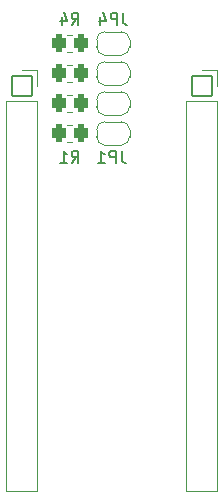
<source format=gbr>
%TF.GenerationSoftware,KiCad,Pcbnew,7.0.9*%
%TF.CreationDate,2023-12-21T11:34:42+00:00*%
%TF.ProjectId,flash-rom-expansion,666c6173-682d-4726-9f6d-2d657870616e,0*%
%TF.SameCoordinates,Original*%
%TF.FileFunction,Legend,Bot*%
%TF.FilePolarity,Positive*%
%FSLAX46Y46*%
G04 Gerber Fmt 4.6, Leading zero omitted, Abs format (unit mm)*
G04 Created by KiCad (PCBNEW 7.0.9) date 2023-12-21 11:34:42*
%MOMM*%
%LPD*%
G01*
G04 APERTURE LIST*
G04 Aperture macros list*
%AMRoundRect*
0 Rectangle with rounded corners*
0 $1 Rounding radius*
0 $2 $3 $4 $5 $6 $7 $8 $9 X,Y pos of 4 corners*
0 Add a 4 corners polygon primitive as box body*
4,1,4,$2,$3,$4,$5,$6,$7,$8,$9,$2,$3,0*
0 Add four circle primitives for the rounded corners*
1,1,$1+$1,$2,$3*
1,1,$1+$1,$4,$5*
1,1,$1+$1,$6,$7*
1,1,$1+$1,$8,$9*
0 Add four rect primitives between the rounded corners*
20,1,$1+$1,$2,$3,$4,$5,0*
20,1,$1+$1,$4,$5,$6,$7,0*
20,1,$1+$1,$6,$7,$8,$9,0*
20,1,$1+$1,$8,$9,$2,$3,0*%
%AMFreePoly0*
4,1,35,0.536062,0.786062,0.551000,0.750000,0.551000,-0.750000,0.536062,-0.786062,0.500000,-0.801000,0.000000,-0.801000,-0.012285,-0.795911,-0.071157,-0.795911,-0.085525,-0.793845,-0.222076,-0.753750,-0.235281,-0.747720,-0.355003,-0.670779,-0.365973,-0.661273,-0.459170,-0.553718,-0.467018,-0.541506,-0.526137,-0.412052,-0.530227,-0.398124,-0.550481,-0.257258,-0.551000,-0.250000,-0.551000,0.250000,
-0.550481,0.257258,-0.530227,0.398124,-0.526137,0.412052,-0.467018,0.541506,-0.459170,0.553718,-0.365973,0.661273,-0.355003,0.670779,-0.235281,0.747720,-0.222076,0.753750,-0.085525,0.793845,-0.071157,0.795911,-0.012285,0.795911,0.000000,0.801000,0.500000,0.801000,0.536062,0.786062,0.536062,0.786062,$1*%
%AMFreePoly1*
4,1,35,0.012285,0.795911,0.071157,0.795911,0.085525,0.793845,0.222076,0.753750,0.235281,0.747720,0.355003,0.670779,0.365973,0.661273,0.459170,0.553718,0.467018,0.541506,0.526137,0.412052,0.530227,0.398124,0.550481,0.257258,0.551000,0.250000,0.551000,-0.250000,0.550481,-0.257258,0.530227,-0.398124,0.526137,-0.412052,0.467018,-0.541506,0.459170,-0.553718,0.365973,-0.661273,
0.355003,-0.670779,0.235281,-0.747720,0.222076,-0.753750,0.085525,-0.793845,0.071157,-0.795911,0.012285,-0.795911,0.000000,-0.801000,-0.500000,-0.801000,-0.536062,-0.786062,-0.551000,-0.750000,-0.551000,0.750000,-0.536062,0.786062,-0.500000,0.801000,0.000000,0.801000,0.012285,0.795911,0.012285,0.795911,$1*%
G04 Aperture macros list end*
%ADD10C,0.150000*%
%ADD11C,0.120000*%
%ADD12RoundRect,0.051000X-1.200000X-0.800000X1.200000X-0.800000X1.200000X0.800000X-1.200000X0.800000X0*%
%ADD13O,2.502000X1.702000*%
%ADD14RoundRect,0.051000X0.850000X0.850000X-0.850000X0.850000X-0.850000X-0.850000X0.850000X-0.850000X0*%
%ADD15O,1.802000X1.802000*%
%ADD16FreePoly0,180.000000*%
%ADD17FreePoly1,180.000000*%
%ADD18RoundRect,0.301000X0.262500X0.450000X-0.262500X0.450000X-0.262500X-0.450000X0.262500X-0.450000X0*%
G04 APERTURE END LIST*
D10*
X151239333Y-81452819D02*
X151239333Y-82167104D01*
X151239333Y-82167104D02*
X151286952Y-82309961D01*
X151286952Y-82309961D02*
X151382190Y-82405200D01*
X151382190Y-82405200D02*
X151525047Y-82452819D01*
X151525047Y-82452819D02*
X151620285Y-82452819D01*
X150763142Y-82452819D02*
X150763142Y-81452819D01*
X150763142Y-81452819D02*
X150382190Y-81452819D01*
X150382190Y-81452819D02*
X150286952Y-81500438D01*
X150286952Y-81500438D02*
X150239333Y-81548057D01*
X150239333Y-81548057D02*
X150191714Y-81643295D01*
X150191714Y-81643295D02*
X150191714Y-81786152D01*
X150191714Y-81786152D02*
X150239333Y-81881390D01*
X150239333Y-81881390D02*
X150286952Y-81929009D01*
X150286952Y-81929009D02*
X150382190Y-81976628D01*
X150382190Y-81976628D02*
X150763142Y-81976628D01*
X149334571Y-81786152D02*
X149334571Y-82452819D01*
X149572666Y-81405200D02*
X149810761Y-82119485D01*
X149810761Y-82119485D02*
X149191714Y-82119485D01*
X151127333Y-93136819D02*
X151127333Y-93851104D01*
X151127333Y-93851104D02*
X151174952Y-93993961D01*
X151174952Y-93993961D02*
X151270190Y-94089200D01*
X151270190Y-94089200D02*
X151413047Y-94136819D01*
X151413047Y-94136819D02*
X151508285Y-94136819D01*
X150651142Y-94136819D02*
X150651142Y-93136819D01*
X150651142Y-93136819D02*
X150270190Y-93136819D01*
X150270190Y-93136819D02*
X150174952Y-93184438D01*
X150174952Y-93184438D02*
X150127333Y-93232057D01*
X150127333Y-93232057D02*
X150079714Y-93327295D01*
X150079714Y-93327295D02*
X150079714Y-93470152D01*
X150079714Y-93470152D02*
X150127333Y-93565390D01*
X150127333Y-93565390D02*
X150174952Y-93613009D01*
X150174952Y-93613009D02*
X150270190Y-93660628D01*
X150270190Y-93660628D02*
X150651142Y-93660628D01*
X149127333Y-94136819D02*
X149698761Y-94136819D01*
X149413047Y-94136819D02*
X149413047Y-93136819D01*
X149413047Y-93136819D02*
X149508285Y-93279676D01*
X149508285Y-93279676D02*
X149603523Y-93374914D01*
X149603523Y-93374914D02*
X149698761Y-93422533D01*
X146904666Y-82452819D02*
X147237999Y-81976628D01*
X147476094Y-82452819D02*
X147476094Y-81452819D01*
X147476094Y-81452819D02*
X147095142Y-81452819D01*
X147095142Y-81452819D02*
X146999904Y-81500438D01*
X146999904Y-81500438D02*
X146952285Y-81548057D01*
X146952285Y-81548057D02*
X146904666Y-81643295D01*
X146904666Y-81643295D02*
X146904666Y-81786152D01*
X146904666Y-81786152D02*
X146952285Y-81881390D01*
X146952285Y-81881390D02*
X146999904Y-81929009D01*
X146999904Y-81929009D02*
X147095142Y-81976628D01*
X147095142Y-81976628D02*
X147476094Y-81976628D01*
X146047523Y-81786152D02*
X146047523Y-82452819D01*
X146285618Y-81405200D02*
X146523713Y-82119485D01*
X146523713Y-82119485D02*
X145904666Y-82119485D01*
X146904666Y-94136819D02*
X147237999Y-93660628D01*
X147476094Y-94136819D02*
X147476094Y-93136819D01*
X147476094Y-93136819D02*
X147095142Y-93136819D01*
X147095142Y-93136819D02*
X146999904Y-93184438D01*
X146999904Y-93184438D02*
X146952285Y-93232057D01*
X146952285Y-93232057D02*
X146904666Y-93327295D01*
X146904666Y-93327295D02*
X146904666Y-93470152D01*
X146904666Y-93470152D02*
X146952285Y-93565390D01*
X146952285Y-93565390D02*
X146999904Y-93613009D01*
X146999904Y-93613009D02*
X147095142Y-93660628D01*
X147095142Y-93660628D02*
X147476094Y-93660628D01*
X145952285Y-94136819D02*
X146523713Y-94136819D01*
X146237999Y-94136819D02*
X146237999Y-93136819D01*
X146237999Y-93136819D02*
X146333237Y-93279676D01*
X146333237Y-93279676D02*
X146428475Y-93374914D01*
X146428475Y-93374914D02*
X146523713Y-93422533D01*
D11*
%TO.C,J3*%
X159244000Y-121956000D02*
X156584000Y-121956000D01*
X159244000Y-88876000D02*
X159244000Y-121956000D01*
X159244000Y-88876000D02*
X156584000Y-88876000D01*
X159244000Y-87606000D02*
X159244000Y-86276000D01*
X159244000Y-86276000D02*
X157914000Y-86276000D01*
X156584000Y-88876000D02*
X156584000Y-121956000D01*
%TO.C,J2*%
X144004000Y-121956000D02*
X141344000Y-121956000D01*
X144004000Y-88876000D02*
X144004000Y-121956000D01*
X144004000Y-88876000D02*
X141344000Y-88876000D01*
X144004000Y-87606000D02*
X144004000Y-86276000D01*
X144004000Y-86276000D02*
X142674000Y-86276000D01*
X141344000Y-88876000D02*
X141344000Y-121956000D01*
%TO.C,JP2*%
X151806000Y-89410000D02*
X151806000Y-88810000D01*
X151106000Y-88110000D02*
X149706000Y-88110000D01*
X149706000Y-90110000D02*
X151106000Y-90110000D01*
X149006000Y-88810000D02*
X149006000Y-89410000D01*
X151106000Y-90110000D02*
G75*
G03*
X151806000Y-89410000I1J699999D01*
G01*
X151806000Y-88810000D02*
G75*
G03*
X151106000Y-88110000I-699999J1D01*
G01*
X149006000Y-89410000D02*
G75*
G03*
X149706000Y-90110000I700000J0D01*
G01*
X149706000Y-88110000D02*
G75*
G03*
X149006000Y-88810000I0J-700000D01*
G01*
%TO.C,JP4*%
X151806000Y-84330000D02*
X151806000Y-83730000D01*
X151106000Y-83030000D02*
X149706000Y-83030000D01*
X149706000Y-85030000D02*
X151106000Y-85030000D01*
X149006000Y-83730000D02*
X149006000Y-84330000D01*
X151106000Y-85030000D02*
G75*
G03*
X151806000Y-84330000I1J699999D01*
G01*
X151806000Y-83730000D02*
G75*
G03*
X151106000Y-83030000I-699999J1D01*
G01*
X149006000Y-84330000D02*
G75*
G03*
X149706000Y-85030000I700000J0D01*
G01*
X149706000Y-83030000D02*
G75*
G03*
X149006000Y-83730000I0J-700000D01*
G01*
%TO.C,R3*%
X146965064Y-87305000D02*
X146510936Y-87305000D01*
X146965064Y-85835000D02*
X146510936Y-85835000D01*
%TO.C,JP1*%
X151806000Y-91950000D02*
X151806000Y-91350000D01*
X151106000Y-90650000D02*
X149706000Y-90650000D01*
X149706000Y-92650000D02*
X151106000Y-92650000D01*
X149006000Y-91350000D02*
X149006000Y-91950000D01*
X151106000Y-92650000D02*
G75*
G03*
X151806000Y-91950000I1J699999D01*
G01*
X151806000Y-91350000D02*
G75*
G03*
X151106000Y-90650000I-699999J1D01*
G01*
X149006000Y-91950000D02*
G75*
G03*
X149706000Y-92650000I700000J0D01*
G01*
X149706000Y-90650000D02*
G75*
G03*
X149006000Y-91350000I0J-700000D01*
G01*
%TO.C,R4*%
X146965064Y-84765000D02*
X146510936Y-84765000D01*
X146965064Y-83295000D02*
X146510936Y-83295000D01*
%TO.C,JP3*%
X151806000Y-86870000D02*
X151806000Y-86270000D01*
X151106000Y-85570000D02*
X149706000Y-85570000D01*
X149706000Y-87570000D02*
X151106000Y-87570000D01*
X149006000Y-86270000D02*
X149006000Y-86870000D01*
X151106000Y-87570000D02*
G75*
G03*
X151806000Y-86870000I1J699999D01*
G01*
X151806000Y-86270000D02*
G75*
G03*
X151106000Y-85570000I-699999J1D01*
G01*
X149006000Y-86870000D02*
G75*
G03*
X149706000Y-87570000I700000J0D01*
G01*
X149706000Y-85570000D02*
G75*
G03*
X149006000Y-86270000I0J-700000D01*
G01*
%TO.C,R2*%
X146965064Y-89845000D02*
X146510936Y-89845000D01*
X146965064Y-88375000D02*
X146510936Y-88375000D01*
%TO.C,R1*%
X146965064Y-92385000D02*
X146510936Y-92385000D01*
X146965064Y-90915000D02*
X146510936Y-90915000D01*
%TD*%
%LPC*%
D12*
%TO.C,U2*%
X139118000Y-82506000D03*
D13*
X139118000Y-85046000D03*
X139118000Y-87586000D03*
X139118000Y-90126000D03*
X139118000Y-92666000D03*
X139118000Y-95206000D03*
X139118000Y-97746000D03*
X139118000Y-100286000D03*
X139118000Y-102826000D03*
X139118000Y-105366000D03*
X139118000Y-107906000D03*
X139118000Y-110446000D03*
X139118000Y-112986000D03*
X139118000Y-115526000D03*
X139118000Y-118066000D03*
X139118000Y-120606000D03*
X154358000Y-120606000D03*
X154358000Y-118066000D03*
X154358000Y-115526000D03*
X154358000Y-112986000D03*
X154358000Y-110446000D03*
X154358000Y-107906000D03*
X154358000Y-105366000D03*
X154358000Y-102826000D03*
X154358000Y-100286000D03*
X154358000Y-97746000D03*
X154358000Y-95206000D03*
X154358000Y-92666000D03*
X154358000Y-90126000D03*
X154358000Y-87586000D03*
X154358000Y-85046000D03*
X154358000Y-82506000D03*
%TD*%
D14*
%TO.C,J3*%
X157914000Y-87606000D03*
D15*
X157914000Y-90146000D03*
X157914000Y-92686000D03*
X157914000Y-95226000D03*
X157914000Y-97766000D03*
X157914000Y-100306000D03*
X157914000Y-102846000D03*
X157914000Y-105386000D03*
X157914000Y-107926000D03*
X157914000Y-110466000D03*
X157914000Y-113006000D03*
X157914000Y-115546000D03*
X157914000Y-118086000D03*
X157914000Y-120626000D03*
%TD*%
D14*
%TO.C,J2*%
X142674000Y-87606000D03*
D15*
X142674000Y-90146000D03*
X142674000Y-92686000D03*
X142674000Y-95226000D03*
X142674000Y-97766000D03*
X142674000Y-100306000D03*
X142674000Y-102846000D03*
X142674000Y-105386000D03*
X142674000Y-107926000D03*
X142674000Y-110466000D03*
X142674000Y-113006000D03*
X142674000Y-115546000D03*
X142674000Y-118086000D03*
X142674000Y-120626000D03*
%TD*%
D16*
%TO.C,JP2*%
X151056000Y-89110000D03*
D17*
X149756000Y-89110000D03*
%TD*%
D16*
%TO.C,JP4*%
X151056000Y-84030000D03*
D17*
X149756000Y-84030000D03*
%TD*%
D18*
%TO.C,R3*%
X147650500Y-86570000D03*
X145825500Y-86570000D03*
%TD*%
D16*
%TO.C,JP1*%
X151056000Y-91650000D03*
D17*
X149756000Y-91650000D03*
%TD*%
D18*
%TO.C,R4*%
X147650500Y-84030000D03*
X145825500Y-84030000D03*
%TD*%
D16*
%TO.C,JP3*%
X151056000Y-86570000D03*
D17*
X149756000Y-86570000D03*
%TD*%
D18*
%TO.C,R2*%
X147650500Y-89110000D03*
X145825500Y-89110000D03*
%TD*%
%TO.C,R1*%
X147650500Y-91650000D03*
X145825500Y-91650000D03*
%TD*%
%LPD*%
M02*

</source>
